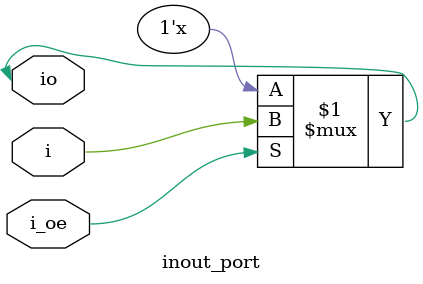
<source format=sv>
module I2cSender #(parameter BYTE=3) (
	input i_start,
	input [BYTE*8-1:0] i_dat,
	input i_clk,
	input i_rst_n,
	output o_finished,
	output o_sclk,
	inout io_sdat,
	output debug
);

localparam S_IDLE = 0;
localparam S_START = 1;
localparam S_TRANS = 2;
localparam S_END = 3;

logic [1:0] state_r, state_w;
logic [4:0] byte_counter_r, byte_counter_w;
logic [2:0] bit_counter_r, bit_counter_w;
logic [1:0] counter_r, counter_w;
logic [31:0] debug_w, debug_r;
logic [BYTE*8-1:0] data_r, data_w;
logic oe_r, oe_w;
logic sdat_r, sdat_w;

assign o_finished = (state_r == 0) && !i_start;
assign o_sclk = (counter_r == 2);

inout_port io(
	.i_oe(oe_r),
	.io(io_sdat),
	.i(sdat_r)
);

always_comb begin
	state_w = state_r;
	data_w = data_r;
	oe_w = oe_r;
	sdat_w = sdat_r;
	byte_counter_w = byte_counter_r;
	bit_counter_w = bit_counter_r;
	counter_w = counter_r;
	
	debug_w = debug_r;
	if (state_r != S_IDLE) begin
		case(counter_r)
			2: begin
				counter_w = 1;
			end
			1: begin
				counter_w = 0;
			end
			0: begin
				counter_w = 2;
			end
		endcase
	end
	case(state_r)
		S_IDLE: begin
			if (i_start) begin
				data_w = i_dat;
				state_w = S_START;
				oe_w = 1;
				sdat_w = 0;
				counter_w = 2;
			end
		end
		S_START: begin
			if (counter_r == 1) begin
				sdat_w = data_r[8*BYTE-1];
				data_w = data_r << 1;
				byte_counter_w = BYTE-1;
				bit_counter_w = 7;
				state_w = S_TRANS;
			end
		end
		S_TRANS: begin
			if (counter_r == 1) begin
				if (!bit_counter_r) begin
					if (oe_w) begin
						oe_w = 0;
					end
					else begin
						if (io_sdat == 0) debug_w = debug_r + 1;
						oe_w = 1;
						if (!byte_counter_r) begin
							state_w = S_END;
							sdat_w = 0;
						end
						else begin
							byte_counter_w = byte_counter_r - 1;
							bit_counter_w = 7;
							sdat_w = data_r[8*BYTE-1];
							data_w = data_r << 1;
						end
					end
				end
				else begin
					bit_counter_w = bit_counter_r-1;
					sdat_w = data_r[8*BYTE-1];
					data_w = data_r << 1;
				end
			end
		end
		S_END: begin
			if (counter_r == 2) begin
				counter_w = 2;
				sdat_w = 1;
				state_w = S_IDLE;
			end
		end
	endcase
end

always_ff @(posedge i_clk or negedge i_rst_n) begin
	if (!i_rst_n) begin
		state_r <= S_IDLE;
		data_r <= 0;
		oe_r <= 1;
		sdat_r <= 1;
		byte_counter_r <= 0;
		bit_counter_r <= 0;
		counter_r <= 2;
		
		debug_r <= 0;
	end
	else begin
		state_r <= state_w;
		data_r <= data_w;
		oe_r <= oe_w;
		sdat_r <= sdat_w;
		byte_counter_r <= byte_counter_w;
		bit_counter_r <= bit_counter_w;
		counter_r <= counter_w;
		
		debug_r <= debug_w;
	end
end
endmodule

module inout_port(input i_oe, inout io, input i);
assign io = i_oe? i: 1'bz;
endmodule

</source>
